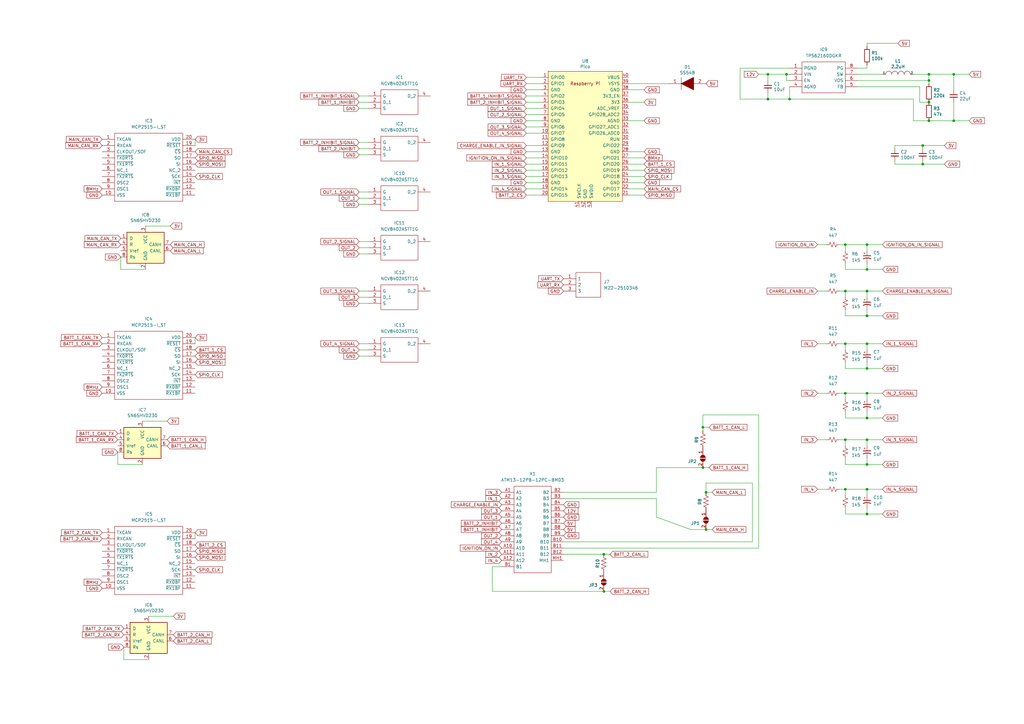
<source format=kicad_sch>
(kicad_sch (version 20211123) (generator eeschema)
  (paper "A3")
  (junction (at 247.65 242.57))
  (junction (at 346.71 161.29))
  (junction (at 355.6 119.38))
  (junction (at 346.71 140.97))
  (junction (at 289.56 217.17))
  (junction (at 288.29 191.77))
  (junction (at 247.65 227.33))
  (junction (at 346.71 180.34))
  (junction (at 381 49.53))
  (junction (at 346.71 100.33))
  (junction (at 378.46 67.31))
  (junction (at 355.6 100.33))
  (junction (at 355.6 110.49))
  (junction (at 346.71 119.38))
  (junction (at 322.58 30.48))
  (junction (at 314.96 40.64))
  (junction (at 355.6 180.34))
  (junction (at 355.6 140.97))
  (junction (at 355.6 210.82))
  (junction (at 355.6 200.66))
  (junction (at 314.96 30.48))
  (junction (at 289.56 201.93))
  (junction (at 355.6 171.45))
  (junction (at 391.16 30.48))
  (junction (at 391.16 49.53))
  (junction (at 381 41.91))
  (junction (at 355.6 151.13))
  (junction (at 288.29 175.26))
  (junction (at 355.6 190.5))
  (junction (at 355.6 129.54))
  (junction (at 355.6 161.29))
  (junction (at 378.46 59.69))
  (junction (at 381 30.48))
  (junction (at 323.85 40.64))
  (junction (at 346.71 200.66))
  (junction (at 381 33.02))
  (wire (pts (xy 355.6 210.82) (xy 361.95 210.82)))
  (wire (pts (xy 215.9 31.75) (xy 222.25 31.75)))
  (wire (pts (xy 361.95 180.34) (xy 355.6 180.34)))
  (wire (pts (xy 335.28 180.34) (xy 339.09 180.34)))
  (wire (pts (xy 346.71 200.66) (xy 344.17 200.66)))
  (wire (pts (xy 355.6 100.33) (xy 355.6 102.87)))
  (wire (pts (xy 48.26 190.5) (xy 48.26 185.42)))
  (wire (pts (xy 215.9 59.69) (xy 222.25 59.69)))
  (wire (pts (xy 311.15 224.79) (xy 231.14 224.79)))
  (wire (pts (xy 58.42 172.72) (xy 68.58 172.72)))
  (wire (pts (xy 231.14 204.47) (xy 269.24 204.47)))
  (wire (pts (xy 314.96 30.48) (xy 322.58 30.48)))
  (wire (pts (xy 322.58 33.02) (xy 323.85 33.02)))
  (wire (pts (xy 335.28 119.38) (xy 339.09 119.38)))
  (wire (pts (xy 346.71 161.29) (xy 346.71 163.83)))
  (wire (pts (xy 314.96 40.64) (xy 323.85 40.64)))
  (wire (pts (xy 346.71 187.96) (xy 346.71 190.5)))
  (wire (pts (xy 215.9 72.39) (xy 222.25 72.39)))
  (wire (pts (xy 215.9 52.07) (xy 222.25 52.07)))
  (wire (pts (xy 215.9 62.23) (xy 222.25 62.23)))
  (wire (pts (xy 351.79 35.56) (xy 377.19 35.56)))
  (wire (pts (xy 314.96 38.1) (xy 314.96 40.64)))
  (wire (pts (xy 351.79 30.48) (xy 361.95 30.48)))
  (wire (pts (xy 147.32 146.05) (xy 151.13 146.05)))
  (wire (pts (xy 264.16 77.47) (xy 257.81 77.47)))
  (wire (pts (xy 147.32 63.5) (xy 151.13 63.5)))
  (wire (pts (xy 346.71 110.49) (xy 355.6 110.49)))
  (wire (pts (xy 247.65 242.57) (xy 201.93 242.57)))
  (wire (pts (xy 355.6 180.34) (xy 355.6 182.88)))
  (wire (pts (xy 264.16 64.77) (xy 257.81 64.77)))
  (wire (pts (xy 355.6 180.34) (xy 346.71 180.34)))
  (wire (pts (xy 201.93 242.57) (xy 201.93 232.41)))
  (wire (pts (xy 201.93 232.41) (xy 205.74 232.41)))
  (wire (pts (xy 391.16 30.48) (xy 397.51 30.48)))
  (wire (pts (xy 147.32 124.46) (xy 151.13 124.46)))
  (wire (pts (xy 50.8 270.51) (xy 50.8 265.43)))
  (wire (pts (xy 346.71 140.97) (xy 344.17 140.97)))
  (wire (pts (xy 290.83 175.26) (xy 288.29 175.26)))
  (wire (pts (xy 147.32 121.92) (xy 151.13 121.92)))
  (wire (pts (xy 346.71 100.33) (xy 344.17 100.33)))
  (wire (pts (xy 361.95 100.33) (xy 355.6 100.33)))
  (wire (pts (xy 355.6 190.5) (xy 361.95 190.5)))
  (wire (pts (xy 59.69 92.71) (xy 69.85 92.71)))
  (wire (pts (xy 60.96 252.73) (xy 71.12 252.73)))
  (wire (pts (xy 215.9 54.61) (xy 222.25 54.61)))
  (wire (pts (xy 381 34.29) (xy 381 33.02)))
  (wire (pts (xy 288.29 175.26) (xy 288.29 176.53)))
  (wire (pts (xy 381 30.48) (xy 374.65 30.48)))
  (wire (pts (xy 322.58 30.48) (xy 323.85 30.48)))
  (wire (pts (xy 346.71 107.95) (xy 346.71 110.49)))
  (wire (pts (xy 80.01 57.15) (xy 80.01 59.69)))
  (wire (pts (xy 147.32 39.37) (xy 151.13 39.37)))
  (wire (pts (xy 381 49.53) (xy 391.16 49.53)))
  (wire (pts (xy 391.16 49.53) (xy 391.16 41.91)))
  (wire (pts (xy 355.6 208.28) (xy 355.6 210.82)))
  (wire (pts (xy 215.9 64.77) (xy 222.25 64.77)))
  (wire (pts (xy 147.32 78.74) (xy 151.13 78.74)))
  (wire (pts (xy 49.53 110.49) (xy 49.53 105.41)))
  (wire (pts (xy 303.53 40.64) (xy 314.96 40.64)))
  (wire (pts (xy 269.24 212.09) (xy 283.21 217.17)))
  (wire (pts (xy 335.28 140.97) (xy 339.09 140.97)))
  (wire (pts (xy 355.6 110.49) (xy 361.95 110.49)))
  (wire (pts (xy 346.71 210.82) (xy 355.6 210.82)))
  (wire (pts (xy 147.32 101.6) (xy 151.13 101.6)))
  (wire (pts (xy 355.6 168.91) (xy 355.6 171.45)))
  (wire (pts (xy 346.71 148.59) (xy 346.71 151.13)))
  (wire (pts (xy 289.56 198.12) (xy 308.61 198.12)))
  (wire (pts (xy 147.32 104.14) (xy 151.13 104.14)))
  (wire (pts (xy 308.61 198.12) (xy 308.61 222.25)))
  (wire (pts (xy 355.6 17.78) (xy 355.6 19.05)))
  (wire (pts (xy 288.29 170.18) (xy 311.15 170.18)))
  (wire (pts (xy 391.16 30.48) (xy 391.16 36.83)))
  (wire (pts (xy 215.9 41.91) (xy 222.25 41.91)))
  (wire (pts (xy 346.71 129.54) (xy 355.6 129.54)))
  (wire (pts (xy 215.9 34.29) (xy 222.25 34.29)))
  (wire (pts (xy 215.9 74.93) (xy 222.25 74.93)))
  (wire (pts (xy 361.95 119.38) (xy 355.6 119.38)))
  (wire (pts (xy 346.71 127) (xy 346.71 129.54)))
  (wire (pts (xy 367.03 60.96) (xy 367.03 59.69)))
  (wire (pts (xy 374.65 40.64) (xy 374.65 49.53)))
  (wire (pts (xy 311.15 170.18) (xy 311.15 224.79)))
  (wire (pts (xy 355.6 27.94) (xy 355.6 26.67)))
  (wire (pts (xy 264.16 72.39) (xy 257.81 72.39)))
  (wire (pts (xy 355.6 107.95) (xy 355.6 110.49)))
  (wire (pts (xy 378.46 67.31) (xy 367.03 67.31)))
  (wire (pts (xy 257.81 34.29) (xy 274.32 34.29)))
  (wire (pts (xy 378.46 66.04) (xy 378.46 67.31)))
  (wire (pts (xy 264.16 36.83) (xy 257.81 36.83)))
  (wire (pts (xy 147.32 119.38) (xy 151.13 119.38)))
  (wire (pts (xy 147.32 41.91) (xy 151.13 41.91)))
  (wire (pts (xy 361.95 140.97) (xy 355.6 140.97)))
  (wire (pts (xy 355.6 151.13) (xy 361.95 151.13)))
  (wire (pts (xy 288.29 175.26) (xy 288.29 170.18)))
  (wire (pts (xy 264.16 62.23) (xy 257.81 62.23)))
  (wire (pts (xy 215.9 80.01) (xy 222.25 80.01)))
  (wire (pts (xy 391.16 49.53) (xy 397.51 49.53)))
  (wire (pts (xy 377.19 41.91) (xy 381 41.91)))
  (wire (pts (xy 215.9 69.85) (xy 222.25 69.85)))
  (wire (pts (xy 346.71 119.38) (xy 344.17 119.38)))
  (wire (pts (xy 351.79 27.94) (xy 355.6 27.94)))
  (wire (pts (xy 355.6 187.96) (xy 355.6 190.5)))
  (wire (pts (xy 264.16 49.53) (xy 257.81 49.53)))
  (wire (pts (xy 346.71 180.34) (xy 344.17 180.34)))
  (wire (pts (xy 250.19 227.33) (xy 247.65 227.33)))
  (wire (pts (xy 80.01 218.44) (xy 80.01 220.98)))
  (wire (pts (xy 361.95 200.66) (xy 355.6 200.66)))
  (wire (pts (xy 292.1 201.93) (xy 289.56 201.93)))
  (wire (pts (xy 269.24 191.77) (xy 288.29 191.77)))
  (wire (pts (xy 147.32 83.82) (xy 151.13 83.82)))
  (wire (pts (xy 147.32 58.42) (xy 151.13 58.42)))
  (wire (pts (xy 367.03 59.69) (xy 378.46 59.69)))
  (wire (pts (xy 264.16 69.85) (xy 257.81 69.85)))
  (wire (pts (xy 381 33.02) (xy 381 30.48)))
  (wire (pts (xy 250.19 242.57) (xy 247.65 242.57)))
  (wire (pts (xy 289.56 201.93) (xy 289.56 198.12)))
  (wire (pts (xy 378.46 60.96) (xy 378.46 59.69)))
  (wire (pts (xy 322.58 30.48) (xy 322.58 33.02)))
  (wire (pts (xy 381 30.48) (xy 391.16 30.48)))
  (wire (pts (xy 361.95 161.29) (xy 355.6 161.29)))
  (wire (pts (xy 80.01 138.43) (xy 80.01 140.97)))
  (wire (pts (xy 367.03 67.31) (xy 367.03 66.04)))
  (wire (pts (xy 346.71 190.5) (xy 355.6 190.5)))
  (wire (pts (xy 355.6 100.33) (xy 346.71 100.33)))
  (wire (pts (xy 289.56 217.17) (xy 283.21 217.17)))
  (wire (pts (xy 355.6 171.45) (xy 361.95 171.45)))
  (wire (pts (xy 355.6 127) (xy 355.6 129.54)))
  (wire (pts (xy 231.14 227.33) (xy 247.65 227.33)))
  (wire (pts (xy 264.16 80.01) (xy 257.81 80.01)))
  (wire (pts (xy 355.6 200.66) (xy 355.6 203.2)))
  (wire (pts (xy 346.71 180.34) (xy 346.71 182.88)))
  (wire (pts (xy 147.32 81.28) (xy 151.13 81.28)))
  (wire (pts (xy 355.6 148.59) (xy 355.6 151.13)))
  (wire (pts (xy 231.14 201.93) (xy 269.24 201.93)))
  (wire (pts (xy 290.83 191.77) (xy 288.29 191.77)))
  (wire (pts (xy 335.28 100.33) (xy 339.09 100.33)))
  (wire (pts (xy 335.28 161.29) (xy 339.09 161.29)))
  (wire (pts (xy 368.3 17.78) (xy 355.6 17.78)))
  (wire (pts (xy 59.69 110.49) (xy 49.53 110.49)))
  (wire (pts (xy 264.16 41.91) (xy 257.81 41.91)))
  (wire (pts (xy 60.96 270.51) (xy 50.8 270.51)))
  (wire (pts (xy 215.9 46.99) (xy 222.25 46.99)))
  (wire (pts (xy 351.79 33.02) (xy 381 33.02)))
  (wire (pts (xy 346.71 100.33) (xy 346.71 102.87)))
  (wire (pts (xy 215.9 39.37) (xy 222.25 39.37)))
  (wire (pts (xy 308.61 222.25) (xy 231.14 222.25)))
  (wire (pts (xy 355.6 119.38) (xy 346.71 119.38)))
  (wire (pts (xy 323.85 40.64) (xy 374.65 40.64)))
  (wire (pts (xy 374.65 49.53) (xy 381 49.53)))
  (wire (pts (xy 147.32 140.97) (xy 151.13 140.97)))
  (wire (pts (xy 378.46 59.69) (xy 387.35 59.69)))
  (wire (pts (xy 215.9 49.53) (xy 222.25 49.53)))
  (wire (pts (xy 355.6 140.97) (xy 346.71 140.97)))
  (wire (pts (xy 215.9 77.47) (xy 222.25 77.47)))
  (wire (pts (xy 346.71 161.29) (xy 344.17 161.29)))
  (wire (pts (xy 355.6 140.97) (xy 355.6 143.51)))
  (wire (pts (xy 355.6 119.38) (xy 355.6 121.92)))
  (wire (pts (xy 147.32 44.45) (xy 151.13 44.45)))
  (wire (pts (xy 147.32 99.06) (xy 151.13 99.06)))
  (wire (pts (xy 264.16 67.31) (xy 257.81 67.31)))
  (wire (pts (xy 264.16 74.93) (xy 257.81 74.93)))
  (wire (pts (xy 346.71 171.45) (xy 355.6 171.45)))
  (wire (pts (xy 58.42 190.5) (xy 48.26 190.5)))
  (wire (pts (xy 292.1 217.17) (xy 289.56 217.17)))
  (wire (pts (xy 147.32 143.51) (xy 151.13 143.51)))
  (wire (pts (xy 355.6 200.66) (xy 346.71 200.66)))
  (wire (pts (xy 355.6 129.54) (xy 361.95 129.54)))
  (wire (pts (xy 215.9 67.31) (xy 222.25 67.31)))
  (wire (pts (xy 314.96 33.02) (xy 314.96 30.48)))
  (wire (pts (xy 377.19 35.56) (xy 377.19 41.91)))
  (wire (pts (xy 346.71 151.13) (xy 355.6 151.13)))
  (wire (pts (xy 387.35 67.31) (xy 378.46 67.31)))
  (wire (pts (xy 346.71 119.38) (xy 346.71 121.92)))
  (wire (pts (xy 323.85 40.64) (xy 323.85 35.56)))
  (wire (pts (xy 147.32 60.96) (xy 151.13 60.96)))
  (wire (pts (xy 311.15 30.48) (xy 314.96 30.48)))
  (wire (pts (xy 215.9 44.45) (xy 222.25 44.45)))
  (wire (pts (xy 335.28 200.66) (xy 339.09 200.66)))
  (wire (pts (xy 346.71 168.91) (xy 346.71 171.45)))
  (wire (pts (xy 346.71 208.28) (xy 346.71 210.82)))
  (wire (pts (xy 355.6 161.29) (xy 346.71 161.29)))
  (wire (pts (xy 355.6 161.29) (xy 355.6 163.83)))
  (wire (pts (xy 323.85 27.94) (xy 303.53 27.94)))
  (wire (pts (xy 215.9 36.83) (xy 222.25 36.83)))
  (wire (pts (xy 269.24 201.93) (xy 269.24 191.77)))
  (wire (pts (xy 269.24 204.47) (xy 269.24 212.09)))
  (wire (pts (xy 346.71 200.66) (xy 346.71 203.2)))
  (wire (pts (xy 346.71 140.97) (xy 346.71 143.51)))
  (wire (pts (xy 303.53 27.94) (xy 303.53 40.64)))
  (global_label "GND" (shape input) (at 147.32 104.14 180) (property "Intersheet References" "${INTERSHEET_REFS}" (effects hide)))
  (global_label "IGNITION_ON_IN" (shape input) (at 335.28 100.33 180) (property "Intersheet References" "${INTERSHEET_REFS}" (effects hide)))
  (global_label "8MHz" (shape input) (at 41.91 158.75 180) (property "Intersheet References" "${INTERSHEET_REFS}" (effects hide)))
  (global_label "BATT_1_CAN_L" (shape input) (at 290.83 175.26 0) (property "Intersheet References" "${INTERSHEET_REFS}" (effects hide)))
  (global_label "MAIN_CAN_L" (shape input) (at 69.85 102.87 0) (property "Intersheet References" "${INTERSHEET_REFS}" (effects hide)))
  (global_label "GND" (shape input) (at 215.9 49.53 180) (property "Intersheet References" "${INTERSHEET_REFS}" (effects hide)))
  (global_label "BATT_2_CAN_H" (shape input) (at 71.12 260.35 0) (property "Intersheet References" "${INTERSHEET_REFS}" (effects hide)))
  (global_label "3V" (shape input) (at 71.12 252.73 0) (property "Intersheet References" "${INTERSHEET_REFS}" (effects hide)))
  (global_label "MAIN_CAN_H" (shape input) (at 292.1 217.17 0) (property "Intersheet References" "${INTERSHEET_REFS}" (effects hide)))
  (global_label "SPI0_MISO" (shape input) (at 80.01 146.05 0) (property "Intersheet References" "${INTERSHEET_REFS}" (effects hide)))
  (global_label "BATT_1_CAN_H" (shape input) (at 68.58 180.34 0) (property "Intersheet References" "${INTERSHEET_REFS}" (effects hide)))
  (global_label "IN_4" (shape input) (at 335.28 200.66 180) (property "Intersheet References" "${INTERSHEET_REFS}" (effects hide)))
  (global_label "BATT_1_INHIBIT" (shape input) (at 205.74 217.17 180) (property "Intersheet References" "${INTERSHEET_REFS}" (effects hide)))
  (global_label "BATT_2_CAN_TX" (shape input) (at 41.91 218.44 180) (property "Intersheet References" "${INTERSHEET_REFS}" (effects hide)))
  (global_label "IN_2_SIGNAL" (shape input) (at 361.95 161.29 0) (property "Intersheet References" "${INTERSHEET_REFS}" (effects hide)))
  (global_label "MAIN_CAN_TX" (shape input) (at 41.91 57.15 180) (property "Intersheet References" "${INTERSHEET_REFS}" (effects hide)))
  (global_label "BATT_2_INHIBIT" (shape input) (at 147.32 60.96 180) (property "Intersheet References" "${INTERSHEET_REFS}" (effects hide)))
  (global_label "IN_2_SIGNAL" (shape input) (at 215.9 69.85 180) (property "Intersheet References" "${INTERSHEET_REFS}" (effects hide)))
  (global_label "OUT_1_SIGNAL" (shape input) (at 147.32 78.74 180) (property "Intersheet References" "${INTERSHEET_REFS}" (effects hide)))
  (global_label "BATT_2_CAN_L" (shape input) (at 250.19 227.33 0) (property "Intersheet References" "${INTERSHEET_REFS}" (effects hide)))
  (global_label "OUT_4_SIGNAL" (shape input) (at 147.32 140.97 180) (property "Intersheet References" "${INTERSHEET_REFS}" (effects hide)))
  (global_label "OUT_3_SIGNAL" (shape input) (at 147.32 119.38 180) (property "Intersheet References" "${INTERSHEET_REFS}" (effects hide)))
  (global_label "IN_4_SIGNAL" (shape input) (at 361.95 200.66 0) (property "Intersheet References" "${INTERSHEET_REFS}" (effects hide)))
  (global_label "5V" (shape input) (at 368.3 17.78 0) (property "Intersheet References" "${INTERSHEET_REFS}" (effects hide)))
  (global_label "GND" (shape input) (at 231.14 212.09 0) (property "Intersheet References" "${INTERSHEET_REFS}" (effects hide)))
  (global_label "GND" (shape input) (at 387.35 67.31 0) (property "Intersheet References" "${INTERSHEET_REFS}" (effects hide)))
  (global_label "IN_1_SIGNAL" (shape input) (at 215.9 67.31 180) (property "Intersheet References" "${INTERSHEET_REFS}" (effects hide)))
  (global_label "SPI0_MISO" (shape input) (at 80.01 226.06 0) (property "Intersheet References" "${INTERSHEET_REFS}" (effects hide)))
  (global_label "IN_2" (shape input) (at 205.74 227.33 180) (property "Intersheet References" "${INTERSHEET_REFS}" (effects hide)))
  (global_label "GND" (shape input) (at 361.95 129.54 0) (property "Intersheet References" "${INTERSHEET_REFS}" (effects hide)))
  (global_label "IN_1" (shape input) (at 205.74 204.47 180) (property "Intersheet References" "${INTERSHEET_REFS}" (effects hide)))
  (global_label "12V" (shape input) (at 311.15 30.48 180) (property "Intersheet References" "${INTERSHEET_REFS}" (effects hide)))
  (global_label "GND" (shape input) (at 215.9 62.23 180) (property "Intersheet References" "${INTERSHEET_REFS}" (effects hide)))
  (global_label "BATT_1_CAN_RX" (shape input) (at 41.91 140.97 180) (property "Intersheet References" "${INTERSHEET_REFS}" (effects hide)))
  (global_label "3V" (shape input) (at 68.58 172.72 0) (property "Intersheet References" "${INTERSHEET_REFS}" (effects hide)))
  (global_label "OUT_2_SIGNAL" (shape input) (at 215.9 46.99 180) (property "Intersheet References" "${INTERSHEET_REFS}" (effects hide)))
  (global_label "5V" (shape input) (at 289.56 34.29 0) (property "Intersheet References" "${INTERSHEET_REFS}" (effects hide)))
  (global_label "GND" (shape input) (at 231.14 207.01 0) (property "Intersheet References" "${INTERSHEET_REFS}" (effects hide)))
  (global_label "OUT_1" (shape input) (at 147.32 81.28 180) (property "Intersheet References" "${INTERSHEET_REFS}" (effects hide)))
  (global_label "MAIN_CAN_CS" (shape input) (at 80.01 62.23 0) (property "Intersheet References" "${INTERSHEET_REFS}" (effects hide)))
  (global_label "IN_3" (shape input) (at 205.74 201.93 180) (property "Intersheet References" "${INTERSHEET_REFS}" (effects hide)))
  (global_label "OUT_4" (shape input) (at 147.32 143.51 180) (property "Intersheet References" "${INTERSHEET_REFS}" (effects hide)))
  (global_label "GND" (shape input) (at 361.95 110.49 0) (property "Intersheet References" "${INTERSHEET_REFS}" (effects hide)))
  (global_label "IN_4" (shape input) (at 205.74 229.87 180) (property "Intersheet References" "${INTERSHEET_REFS}" (effects hide)))
  (global_label "OUT_2_SIGNAL" (shape input) (at 147.32 99.06 180) (property "Intersheet References" "${INTERSHEET_REFS}" (effects hide)))
  (global_label "8MHz" (shape input) (at 41.91 238.76 180) (property "Intersheet References" "${INTERSHEET_REFS}" (effects hide)))
  (global_label "OUT_3" (shape input) (at 147.32 121.92 180) (property "Intersheet References" "${INTERSHEET_REFS}" (effects hide)))
  (global_label "MAIN_CAN_RX" (shape input) (at 49.53 100.33 180) (property "Intersheet References" "${INTERSHEET_REFS}" (effects hide)))
  (global_label "GND" (shape input) (at 147.32 83.82 180) (property "Intersheet References" "${INTERSHEET_REFS}" (effects hide)))
  (global_label "5V" (shape input) (at 231.14 214.63 0) (property "Intersheet References" "${INTERSHEET_REFS}" (effects hide)))
  (global_label "5V" (shape input) (at 397.51 30.48 0) (property "Intersheet References" "${INTERSHEET_REFS}" (effects hide)))
  (global_label "3V" (shape input) (at 80.01 57.15 0) (property "Intersheet References" "${INTERSHEET_REFS}" (effects hide)))
  (global_label "GND" (shape input) (at 264.16 36.83 0) (property "Intersheet References" "${INTERSHEET_REFS}" (effects hide)))
  (global_label "GND" (shape input) (at 49.53 105.41 180) (property "Intersheet References" "${INTERSHEET_REFS}" (effects hide)))
  (global_label "BATT_1_CS" (shape input) (at 80.01 143.51 0) (property "Intersheet References" "${INTERSHEET_REFS}" (effects hide)))
  (global_label "BATT_2_CS" (shape input) (at 80.01 223.52 0) (property "Intersheet References" "${INTERSHEET_REFS}" (effects hide)))
  (global_label "BATT_1_INHIBIT" (shape input) (at 147.32 41.91 180) (property "Intersheet References" "${INTERSHEET_REFS}" (effects hide)))
  (global_label "IGNITION_ON_IN" (shape input) (at 205.74 224.79 180) (property "Intersheet References" "${INTERSHEET_REFS}" (effects hide)))
  (global_label "CHARGE_ENABLE_IN" (shape input) (at 335.28 119.38 180) (property "Intersheet References" "${INTERSHEET_REFS}" (effects hide)))
  (global_label "GND" (shape input) (at 215.9 74.93 180) (property "Intersheet References" "${INTERSHEET_REFS}" (effects hide)))
  (global_label "IN_1_SIGNAL" (shape input) (at 361.95 140.97 0) (property "Intersheet References" "${INTERSHEET_REFS}" (effects hide)))
  (global_label "OUT_4" (shape input) (at 205.74 222.25 180) (property "Intersheet References" "${INTERSHEET_REFS}" (effects hide)))
  (global_label "BATT_1_CAN_L" (shape input) (at 68.58 182.88 0) (property "Intersheet References" "${INTERSHEET_REFS}" (effects hide)))
  (global_label "GND" (shape input) (at 361.95 171.45 0) (property "Intersheet References" "${INTERSHEET_REFS}" (effects hide)))
  (global_label "BATT_1_CAN_TX" (shape input) (at 41.91 138.43 180) (property "Intersheet References" "${INTERSHEET_REFS}" (effects hide)))
  (global_label "BATT_1_CAN_H" (shape input) (at 290.83 191.77 0) (property "Intersheet References" "${INTERSHEET_REFS}" (effects hide)))
  (global_label "GND" (shape input) (at 264.16 49.53 0) (property "Intersheet References" "${INTERSHEET_REFS}" (effects hide)))
  (global_label "UART_TX" (shape input) (at 215.9 31.75 180) (property "Intersheet References" "${INTERSHEET_REFS}" (effects hide)))
  (global_label "SPI0_CLK" (shape input) (at 264.16 72.39 0) (property "Intersheet References" "${INTERSHEET_REFS}" (effects hide)))
  (global_label "GND" (shape input) (at 215.9 36.83 180) (property "Intersheet References" "${INTERSHEET_REFS}" (effects hide)))
  (global_label "MAIN_CAN_CS" (shape input) (at 264.16 77.47 0) (property "Intersheet References" "${INTERSHEET_REFS}" (effects hide)))
  (global_label "UART_RX" (shape input) (at 231.14 116.84 180) (property "Intersheet References" "${INTERSHEET_REFS}" (effects hide)))
  (global_label "OUT_3" (shape input) (at 205.74 209.55 180) (property "Intersheet References" "${INTERSHEET_REFS}" (effects hide)))
  (global_label "UART_TX" (shape input) (at 231.14 114.3 180) (property "Intersheet References" "${INTERSHEET_REFS}" (effects hide)))
  (global_label "BATT_1_CAN_TX" (shape input) (at 48.26 177.8 180) (property "Intersheet References" "${INTERSHEET_REFS}" (effects hide)))
  (global_label "IGNITION_ON_IN_SIGNAL" (shape input) (at 361.95 100.33 0) (property "Intersheet References" "${INTERSHEET_REFS}" (effects hide)))
  (global_label "IN_3_SIGNAL" (shape input) (at 361.95 180.34 0) (property "Intersheet References" "${INTERSHEET_REFS}" (effects hide)))
  (global_label "SPI0_MISO" (shape input) (at 80.01 64.77 0) (property "Intersheet References" "${INTERSHEET_REFS}" (effects hide)))
  (global_label "3V" (shape input) (at 264.16 41.91 0) (property "Intersheet References" "${INTERSHEET_REFS}" (effects hide)))
  (global_label "SPI0_MOSI" (shape input) (at 80.01 67.31 0) (property "Intersheet References" "${INTERSHEET_REFS}" (effects hide)))
  (global_label "BATT_2_CAN_RX" (shape input) (at 50.8 260.35 180) (property "Intersheet References" "${INTERSHEET_REFS}" (effects hide)))
  (global_label "SPI0_MOSI" (shape input) (at 80.01 228.6 0) (property "Intersheet References" "${INTERSHEET_REFS}" (effects hide)))
  (global_label "BATT_2_INHIBIT_SIGNAL" (shape input) (at 147.32 58.42 180) (property "Intersheet References" "${INTERSHEET_REFS}" (effects hide)))
  (global_label "GND" (shape input) (at 361.95 210.82 0) (property "Intersheet References" "${INTERSHEET_REFS}" (effects hide)))
  (global_label "OUT_1" (shape input) (at 205.74 212.09 180) (property "Intersheet References" "${INTERSHEET_REFS}" (effects hide)))
  (global_label "8MHz" (shape input) (at 264.16 64.77 0) (property "Intersheet References" "${INTERSHEET_REFS}" (effects hide)))
  (global_label "BATT_1_CS" (shape input) (at 264.16 67.31 0) (property "Intersheet References" "${INTERSHEET_REFS}" (effects hide)))
  (global_label "GND" (shape input) (at 147.32 63.5 180) (property "Intersheet References" "${INTERSHEET_REFS}" (effects hide)))
  (global_label "SPI0_CLK" (shape input) (at 80.01 153.67 0) (property "Intersheet References" "${INTERSHEET_REFS}" (effects hide)))
  (global_label "OUT_2" (shape input) (at 205.74 219.71 180) (property "Intersheet References" "${INTERSHEET_REFS}" (effects hide)))
  (global_label "BATT_2_INHIBIT_SIGNAL" (shape input) (at 215.9 41.91 180) (property "Intersheet References" "${INTERSHEET_REFS}" (effects hide)))
  (global_label "3V" (shape input) (at 80.01 138.43 0) (property "Intersheet References" "${INTERSHEET_REFS}" (effects hide)))
  (global_label "BATT_2_CAN_RX" (shape input) (at 41.91 220.98 180) (property "Intersheet References" "${INTERSHEET_REFS}" (effects hide)))
  (global_label "GND" (shape input) (at 147.32 124.46 180) (property "Intersheet References" "${INTERSHEET_REFS}" (effects hide)))
  (global_label "GND" (shape input) (at 264.16 62.23 0) (property "Intersheet References" "${INTERSHEET_REFS}" (effects hide)))
  (global_label "GND" (shape input) (at 41.91 161.29 180) (property "Intersheet References" "${INTERSHEET_REFS}" (effects hide)))
  (global_label "SPI0_CLK" (shape input) (at 80.01 72.39 0) (property "Intersheet References" "${INTERSHEET_REFS}" (effects hide)))
  (global_label "SPI0_MOSI" (shape input) (at 80.01 148.59 0) (property "Intersheet References" "${INTERSHEET_REFS}" (effects hide)))
  (global_label "CHARGE_ENABLE_IN_SIGNAL" (shape input) (at 215.9 59.69 180) (property "Intersheet References" "${INTERSHEET_REFS}" (effects hide)))
  (global_label "BATT_2_CAN_L" (shape input) (at 71.12 262.89 0) (property "Intersheet References" "${INTERSHEET_REFS}" (effects hide)))
  (global_label "8MHz" (shape input) (at 41.91 77.47 180) (property "Intersheet References" "${INTERSHEET_REFS}" (effects hide)))
  (global_label "OUT_3_SIGNAL" (shape input) (at 215.9 52.07 180) (property "Intersheet References" "${INTERSHEET_REFS}" (effects hide)))
  (global_label "IN_1" (shape input) (at 335.28 140.97 180) (property "Intersheet References" "${INTERSHEET_REFS}" (effects hide)))
  (global_label "3V" (shape input) (at 69.85 92.71 0) (property "Intersheet References" "${INTERSHEET_REFS}" (effects hide)))
  (global_label "GND" (shape input) (at 50.8 265.43 180) (property "Intersheet References" "${INTERSHEET_REFS}" (effects hide)))
  (global_label "GND" (shape input) (at 361.95 151.13 0) (property "Intersheet References" "${INTERSHEET_REFS}" (effects hide)))
  (global_label "IGNITION_ON_IN_SIGNAL" (shape input) (at 215.9 64.77 180) (property "Intersheet References" "${INTERSHEET_REFS}" (effects hide)))
  (global_label "OUT_1_SIGNAL" (shape input) (at 215.9 44.45 180) (property "Intersheet References" "${INTERSHEET_REFS}" (effects hide)))
  (global_label "GND" (shape input) (at 48.26 185.42 180) (property "Intersheet References" "${INTERSHEET_REFS}" (effects hide)))
  (global_label "MAIN_CAN_H" (shape input) (at 69.85 100.33 0) (property "Intersheet References" "${INTERSHEET_REFS}" (effects hide)))
  (global_label "GND" (shape input) (at 361.95 190.5 0) (property "Intersheet References" "${INTERSHEET_REFS}" (effects hide)))
  (global_label "IN_2" (shape input) (at 335.28 161.29 180) (property "Intersheet References" "${INTERSHEET_REFS}" (effects hide)))
  (global_label "GND" (shape input) (at 147.32 146.05 180) (property "Intersheet References" "${INTERSHEET_REFS}" (effects hide)))
  (global_label "GND" (shape input) (at 231.14 219.71 0) (property "Intersheet References" "${INTERSHEET_REFS}" (effects hide)))
  (global_label "IN_3" (shape input) (at 335.28 180.34 180) (property "Intersheet References" "${INTERSHEET_REFS}" (effects hide)))
  (global_label "SPI0_MISO" (shape input) (at 264.16 80.01 0) (property "Intersheet References" "${INTERSHEET_REFS}" (effects hide)))
  (global_label "MAIN_CAN_L" (shape input) (at 292.1 201.93 0) (property "Intersheet References" "${INTERSHEET_REFS}" (effects hide)))
  (global_label "GND" (shape input) (at 147.32 44.45 180) (property "Intersheet References" "${INTERSHEET_REFS}" (effects hide)))
  (global_label "OUT_4_SIGNAL" (shape input) (at 215.9 54.61 180) (property "Intersheet References" "${INTERSHEET_REFS}" (effects hide)))
  (global_label "3V" (shape input) (at 387.35 59.69 0) (property "Intersheet References" "${INTERSHEET_REFS}" (effects hide)))
  (global_label "UART_RX" (shape input) (at 215.9 34.29 180) (property "Intersheet References" "${INTERSHEET_REFS}" (effects hide)))
  (global_label "IN_3_SIGNAL" (shape input) (at 215.9 72.39 180) (property "Intersheet References" "${INTERSHEET_REFS}" (effects hide)))
  (global_label "CHARGE_ENABLE_IN" (shape input) (at 205.74 207.01 180) (property "Intersheet References" "${INTERSHEET_REFS}" (effects hide)))
  (global_label "OUT_2" (shape input) (at 147.32 101.6 180) (property "Intersheet References" "${INTERSHEET_REFS}" (effects hide)))
  (global_label "CHARGE_ENABLE_IN_SIGNAL" (shape input) (at 361.95 119.38 0) (property "Intersheet References" "${INTERSHEET_REFS}" (effects hide)))
  (global_label "BATT_1_INHIBIT_SIGNAL" (shape input) (at 147.32 39.37 180) (property "Intersheet References" "${INTERSHEET_REFS}" (effects hide)))
  (global_label "BATT_1_INHIBIT_SIGNAL" (shape input) (at 215.9 39.37 180) (property "Intersheet References" "${INTERSHEET_REFS}" (effects hide)))
  (global_label "MAIN_CAN_RX" (shape input) (at 41.91 59.69 180) (property "Intersheet References" "${INTERSHEET_REFS}" (effects hide)))
  (global_label "GND" (shape input) (at 264.16 74.93 0) (property "Intersheet References" "${INTERSHEET_REFS}" (effects hide)))
  (global_label "GND" (shape input) (at 41.91 80.01 180) (property "Intersheet References" "${INTERSHEET_REFS}" (effects hide)))
  (global_label "SPI0_CLK" (shape input) (at 80.01 233.68 0) (property "Intersheet References" "${INTERSHEET_REFS}" (effects hide)))
  (global_label "BATT_2_INHIBIT" (shape input) (at 205.74 214.63 180) (property "Intersheet References" "${INTERSHEET_REFS}" (effects hide)))
  (global_label "MAIN_CAN_TX" (shape input) (at 49.53 97.79 180) (property "Intersheet References" "${INTERSHEET_REFS}" (effects hide)))
  (global_label "12V" (shape input) (at 231.14 209.55 0) (property "Intersheet References" "${INTERSHEET_REFS}" (effects hide)))
  (global_label "GND" (shape input) (at 41.91 241.3 180) (property "Intersheet References" "${INTERSHEET_REFS}" (effects hide)))
  (global_label "BATT_2_CAN_H" (shape input) (at 250.19 242.57 0) (property "Intersheet References" "${INTERSHEET_REFS}" (effects hide)))
  (global_label "5V" (shape input) (at 231.14 217.17 0) (property "Intersheet References" "${INTERSHEET_REFS}" (effects hide)))
  (global_label "BATT_2_CAN_TX" (shape input) (at 50.8 257.81 180) (property "Intersheet References" "${INTERSHEET_REFS}" (effects hide)))
  (global_label "IN_4_SIGNAL" (shape input) (at 215.9 77.47 180) (property "Intersheet References" "${INTERSHEET_REFS}" (effects hide)))
  (global_label "GND" (shape input) (at 397.51 49.53 0) (property "Intersheet References" "${INTERSHEET_REFS}" (effects hide)))
  (global_label "3V" (shape input) (at 80.01 218.44 0) (property "Intersheet References" "${INTERSHEET_REFS}" (effects hide)))
  (global_label "SPI0_MOSI" (shape input) (at 264.16 69.85 0) (property "Intersheet References" "${INTERSHEET_REFS}" (effects hide)))
  (global_label "GND" (shape input) (at 231.14 119.38 180) (property "Intersheet References" "${INTERSHEET_REFS}" (effects hide)))
  (global_label "BATT_1_CAN_RX" (shape input) (at 48.26 180.34 180) (property "Intersheet References" "${INTERSHEET_REFS}" (effects hide)))
  (global_label "BATT_2_CS" (shape input) (at 215.9 80.01 180) (property "Intersheet References" "${INTERSHEET_REFS}" (effects hide)))
  (symbol (lib_id "Device:R_Small_US") (at 341.63 200.66 90) (unit 1)
    (property "Reference" "R14" (at 341.63 194.31 90))
    (property "Value" "4k7" (at 341.63 196.85 90))
    (property "Footprint" "Resistor_SMD:R_0805_2012Metric" (effects hide))
  )
  (symbol (lib_id "Device:C_Small") (at 314.96 35.56 0) (unit 1)
    (property "Reference" "C1" (at 317.2968 34.3916 0) (effects (justify left)))
    (property "Value" "10uF" (at 317.2968 36.703 0) (effects (justify left)))
    (property "Footprint" "Capacitor_SMD:C_0603_1608Metric" (effects hide))
  )
  (symbol (lib_id "Transistor_FET:NCV8402ASTT1G") (at 151.13 78.74 0) (unit 1)
    (property "Reference" "IC10" (at 163.83 71.12 0))
    (property "Value" "NCV8402ASTT1G" (at 163.83 73.66 0))
    (property "Footprint" "SOT230P700X175-4N" (effects hide))
    (property "Datasheet" "http://www.onsemi.com/pub/Collateral/NCV8402-D.PDF" (effects hide))
    (property "Description" "ON SEMICONDUCTOR - NCV8402ASTT1G - Power MOSFET, AEC-Q101, N Channel, 42 V, 2 A, 0.165 ohm, SOT-223, Surface Mount" (effects hide))
    (property "Height" "1.75" (effects hide))
    (property "Manufacturer_Name" "onsemi" (effects hide))
    (property "Manufacturer_Part_Number" "NCV8402ASTT1G" (effects hide))
    (property "Mouser Part Number" "863-NCV8402ASTT1G" (effects hide))
    (property "Mouser Price/Stock" "https://www.mouser.co.uk/ProductDetail/onsemi/NCV8402ASTT1G?qs=5C9Q4QJFsuPUmgEKjIBRjw%3D%3D" (effects hide))
    (property "Arrow Part Number" "NCV8402ASTT1G" (effects hide))
    (property "Arrow Price/Stock" "https://www.arrow.com/en/products/ncv8402astt1g/on-semiconductor" (effects hide))
  )
  (symbol (lib_id "Device:C_Polarized_Small_US") (at 355.6 185.42 0) (unit 1)
    (property "Reference" "C9" (at 358.14 183.7181 0) (effects (justify left)))
    (property "Value" "1uF" (at 358.14 186.2581 0) (effects (justify left)))
    (property "Footprint" "Capacitor_SMD:C_0603_1608Metric" (effects hide))
  )
  (symbol (lib_id "Device:R_Small_US") (at 346.71 146.05 0) (unit 1)
    (property "Reference" "R15" (at 349.25 144.7799 0) (effects (justify left)))
    (property "Value" "1k5" (at 349.25 147.3199 0) (effects (justify left)))
    (property "Footprint" "Resistor_SMD:R_0805_2012Metric" (effects hide))
  )
  (symbol (lib_id "Device:C_Polarized_Small_US") (at 355.6 205.74 0) (unit 1)
    (property "Reference" "C10" (at 358.14 204.0381 0) (effects (justify left)))
    (property "Value" "1uF" (at 358.14 206.5781 0) (effects (justify left)))
    (property "Footprint" "Capacitor_SMD:C_0603_1608Metric" (effects hide))
  )
  (symbol (lib_id "Device:R_Small_US") (at 346.71 166.37 0) (unit 1)
    (property "Reference" "R16" (at 349.25 165.0999 0) (effects (justify left)))
    (property "Value" "1k5" (at 349.25 167.6399 0) (effects (justify left)))
    (property "Footprint" "Resistor_SMD:R_0805_2012Metric" (effects hide))
  )
  (symbol (lib_id "Device:R_US") (at 247.65 231.14 0) (unit 1)
    (property "Reference" "R10" (at 245.11 231.14 90))
    (property "Value" "120" (effects hide))
    (property "Footprint" "Resistor_SMD:R_0805_2012Metric" (effects hide))
  )
  (symbol (lib_id "Device:R_Small_US") (at 341.63 119.38 90) (unit 1)
    (property "Reference" "R5" (at 341.63 113.03 90))
    (property "Value" "4k7" (at 341.63 115.57 90))
    (property "Footprint" "Resistor_SMD:R_0805_2012Metric" (effects hide))
  )
  (symbol (lib_id "Interface_CAN_LIN:SN65HVD230") (at 58.42 180.34 0) (unit 1)
    (property "Reference" "IC7" (at 58.42 168.1226 0))
    (property "Value" "SN65HVD230" (at 58.42 170.434 0))
    (property "Footprint" "Package_SO:SOIC-8_3.9x4.9mm_P1.27mm" (effects hide))
    (property "Datasheet" "http://www.ti.com/lit/ds/symlink/sn65hvd230.pdf" (effects hide))
  )
  (symbol (lib_id "Transistor_FET:NCV8402ASTT1G") (at 151.13 99.06 0) (unit 1)
    (property "Reference" "IC11" (at 163.83 91.44 0))
    (property "Value" "NCV8402ASTT1G" (at 163.83 93.98 0))
    (property "Footprint" "SOT230P700X175-4N" (effects hide))
    (property "Datasheet" "http://www.onsemi.com/pub/Collateral/NCV8402-D.PDF" (effects hide))
    (property "Description" "ON SEMICONDUCTOR - NCV8402ASTT1G - Power MOSFET, AEC-Q101, N Channel, 42 V, 2 A, 0.165 ohm, SOT-223, Surface Mount" (effects hide))
    (property "Height" "1.75" (effects hide))
    (property "Manufacturer_Name" "onsemi" (effects hide))
    (property "Manufacturer_Part_Number" "NCV8402ASTT1G" (effects hide))
    (property "Mouser Part Number" "863-NCV8402ASTT1G" (effects hide))
    (property "Mouser Price/Stock" "https://www.mouser.co.uk/ProductDetail/onsemi/NCV8402ASTT1G?qs=5C9Q4QJFsuPUmgEKjIBRjw%3D%3D" (effects hide))
    (property "Arrow Part Number" "NCV8402ASTT1G" (effects hide))
    (property "Arrow Price/Stock" "https://www.arrow.com/en/products/ncv8402astt1g/on-semiconductor" (effects hide))
  )
  (symbol (lib_id "Device:C_Polarized_Small_US") (at 355.6 146.05 0) (unit 1)
    (property "Reference" "C7" (at 358.14 144.3481 0) (effects (justify left)))
    (property "Value" "1uF" (at 358.14 146.8881 0) (effects (justify left)))
    (property "Footprint" "Capacitor_SMD:C_0603_1608Metric" (effects hide))
  )
  (symbol (lib_id "Transistor_FET:NCV8402ASTT1G") (at 151.13 39.37 0) (unit 1)
    (property "Reference" "IC1" (at 163.83 31.75 0))
    (property "Value" "NCV8402ASTT1G" (at 163.83 34.29 0))
    (property "Footprint" "SOT230P700X175-4N" (effects hide))
    (property "Datasheet" "http://www.onsemi.com/pub/Collateral/NCV8402-D.PDF" (effects hide))
    (property "Description" "ON SEMICONDUCTOR - NCV8402ASTT1G - Power MOSFET, AEC-Q101, N Channel, 42 V, 2 A, 0.165 ohm, SOT-223, Surface Mount" (effects hide))
    (property "Height" "1.75" (effects hide))
    (property "Manufacturer_Name" "onsemi" (effects hide))
    (property "Manufacturer_Part_Number" "NCV8402ASTT1G" (effects hide))
    (property "Mouser Part Number" "863-NCV8402ASTT1G" (effects hide))
    (property "Mouser Price/Stock" "https://www.mouser.co.uk/ProductDetail/onsemi/NCV8402ASTT1G?qs=5C9Q4QJFsuPUmgEKjIBRjw%3D%3D" (effects hide))
    (property "Arrow Part Number" "NCV8402ASTT1G" (effects hide))
    (property "Arrow Price/Stock" "https://www.arrow.com/en/products/ncv8402astt1g/on-semiconductor" (effects hide))
  )
  (symbol (lib_id "Transistor_FET:NCV8402ASTT1G") (at 151.13 119.38 0) (unit 1)
    (property "Reference" "IC12" (at 163.83 111.76 0))
    (property "Value" "NCV8402ASTT1G" (at 163.83 114.3 0))
    (property "Footprint" "SOT230P700X175-4N" (effects hide))
    (property "Datasheet" "http://www.onsemi.com/pub/Collateral/NCV8402-D.PDF" (effects hide))
    (property "Description" "ON SEMICONDUCTOR - NCV8402ASTT1G - Power MOSFET, AEC-Q101, N Channel, 42 V, 2 A, 0.165 ohm, SOT-223, Surface Mount" (effects hide))
    (property "Height" "1.75" (effects hide))
    (property "Manufacturer_Name" "onsemi" (effects hide))
    (property "Manufacturer_Part_Number" "NCV8402ASTT1G" (effects hide))
    (property "Mouser Part Number" "863-NCV8402ASTT1G" (effects hide))
    (property "Mouser Price/Stock" "https://www.mouser.co.uk/ProductDetail/onsemi/NCV8402ASTT1G?qs=5C9Q4QJFsuPUmgEKjIBRjw%3D%3D" (effects hide))
    (property "Arrow Part Number" "NCV8402ASTT1G" (effects hide))
    (property "Arrow Price/Stock" "https://www.arrow.com/en/products/ncv8402astt1g/on-semiconductor" (effects hide))
  )
  (symbol (lib_id "Device:C_Polarized_Small_US") (at 355.6 166.37 0) (unit 1)
    (property "Reference" "C8" (at 358.14 164.6681 0) (effects (justify left)))
    (property "Value" "1uF" (at 358.14 167.2081 0) (effects (justify left)))
    (property "Footprint" "Capacitor_SMD:C_0603_1608Metric" (effects hide))
  )
  (symbol (lib_id "Device:R_Small_US") (at 346.71 185.42 0) (unit 1)
    (property "Reference" "R17" (at 349.25 184.1499 0) (effects (justify left)))
    (property "Value" "1k5" (at 349.25 186.6899 0) (effects (justify left)))
    (property "Footprint" "Resistor_SMD:R_0805_2012Metric" (effects hide))
  )
  (symbol (lib_id "Transistor_FET:NCV8402ASTT1G") (at 151.13 140.97 0) (unit 1)
    (property "Reference" "IC13" (at 163.83 133.35 0))
    (property "Value" "NCV8402ASTT1G" (at 163.83 135.89 0))
    (property "Footprint" "SOT230P700X175-4N" (effects hide))
    (property "Datasheet" "http://www.onsemi.com/pub/Collateral/NCV8402-D.PDF" (effects hide))
    (property "Description" "ON SEMICONDUCTOR - NCV8402ASTT1G - Power MOSFET, AEC-Q101, N Channel, 42 V, 2 A, 0.165 ohm, SOT-223, Surface Mount" (effects hide))
    (property "Height" "1.75" (effects hide))
    (property "Manufacturer_Name" "onsemi" (effects hide))
    (property "Manufacturer_Part_Number" "NCV8402ASTT1G" (effects hide))
    (property "Mouser Part Number" "863-NCV8402ASTT1G" (effects hide))
    (property "Mouser Price/Stock" "https://www.mouser.co.uk/ProductDetail/onsemi/NCV8402ASTT1G?qs=5C9Q4QJFsuPUmgEKjIBRjw%3D%3D" (effects hide))
    (property "Arrow Part Number" "NCV8402ASTT1G" (effects hide))
    (property "Arrow Price/Stock" "https://www.arrow.com/en/products/ncv8402astt1g/on-semiconductor" (effects hide))
  )
  (symbol (lib_id "Device:R") (at 381 38.1 0) (unit 1)
    (property "Reference" "R2" (at 382.778 36.9316 0) (effects (justify left)))
    (property "Value" "220k" (at 382.778 39.243 0) (effects (justify left)))
    (property "Footprint" "Resistor_SMD:R_0805_2012Metric" (effects hide))
  )
  (symbol (lib_id "Connector:M22-2510346") (at 231.14 114.3 0) (unit 1)
    (property "Reference" "J7" (at 247.65 115.5699 0) (effects (justify left)))
    (property "Value" "M22-2510346" (at 247.65 118.1099 0) (effects (justify left)))
    (property "Footprint" "Connector_PinHeader_2.54mm:PinHeader_1x03_P2.54mm_Vertical" (effects hide))
    (property "Datasheet" "https://cdn.harwin.com/pdfs/M22-251.pdf" (effects hide))
    (property "Description" "2.00mm (0.079\") Pitch SIL Vertical 2.4mm Throughboard Pin Header, 3.5mm mating pin height, tin, 3 contacts" (effects hide))
    (property "Height" "5.25" (effects hide))
    (property "Manufacturer_Name" "Harwin" (effects hide))
    (property "Manufacturer_Part_Number" "M22-2510346" (effects hide))
    (property "Mouser Part Number" "855-M22-2510346" (effects hide))
    (property "Mouser Price/Stock" "https://www.mouser.com/Search/Refine.aspx?Keyword=855-M22-2510346" (effects hide))
  )
  (symbol (lib_id "Device:R") (at 381 45.72 0) (unit 1)
    (property "Reference" "R3" (at 382.778 44.5516 0) (effects (justify left)))
    (property "Value" "47k" (at 382.778 46.863 0) (effects (justify left)))
    (property "Footprint" "Resistor_SMD:R_0805_2012Metric" (effects hide))
  )
  (symbol (lib_id "Device:C_Small") (at 378.46 63.5 0) (unit 1)
    (property "Reference" "C3" (at 380.7968 62.3316 0) (effects (justify left)))
    (property "Value" "100nF" (at 380.7968 64.643 0) (effects (justify left)))
    (property "Footprint" "Capacitor_SMD:C_0603_1608Metric" (effects hide))
  )
  (symbol (lib_id "Device:R_Small_US") (at 341.63 100.33 90) (unit 1)
    (property "Reference" "R4" (at 341.63 93.98 90))
    (property "Value" "4k7" (at 341.63 96.52 90))
    (property "Footprint" "Resistor_SMD:R_0805_2012Metric" (effects hide))
  )
  (symbol (lib_id "MCU_Module:MCP2515-I_ST") (at 41.91 138.43 0) (unit 1)
    (property "Reference" "IC4" (at 60.96 130.81 0))
    (property "Value" "MCP2515-I_ST" (at 60.96 133.35 0))
    (property "Footprint" "SOP65P640X120-20N" (effects hide))
    (property "Datasheet" "https://datasheet.datasheetarchive.com/originals/distributors/SFDatasheet-4/sf-00090060.pdf" (effects hide))
    (property "Description" "CAN controller with SPI interface" (effects hide))
    (property "Height" "1.2" (effects hide))
    (property "Manufacturer_Name" "Microchip" (effects hide))
    (property "Manufacturer_Part_Number" "MCP2515-I/ST" (effects hide))
  )
  (symbol (lib_id "Device:R_US") (at 288.29 180.34 0) (unit 1)
    (property "Reference" "R9" (at 285.75 180.34 90))
    (property "Value" "120" (effects hide))
    (property "Footprint" "Resistor_SMD:R_0805_2012Metric" (effects hide))
  )
  (symbol (lib_id "pspice:INDUCTOR") (at 368.3 30.48 0) (unit 1)
    (property "Reference" "L1" (at 368.3 25.019 0))
    (property "Value" "2.2uH" (at 368.3 27.3304 0))
    (property "Footprint" "Inductor_SMD:NR6028T220M" (effects hide))
  )
  (symbol (lib_id "Jumper:SolderJumper_2_Open") (at 247.65 238.76 270) (unit 1)
    (property "Reference" "JP3" (at 245.11 240.0301 90) (effects (justify right)))
    (property "Value" "SolderJumper_2_Open" (effects hide))
    (property "Footprint" "Jumper:SolderJumper-2_P1.3mm_Open_Pad1.0x1.5mm" (effects hide))
  )
  (symbol (lib_id "Device:R_Small_US") (at 346.71 205.74 0) (unit 1)
    (property "Reference" "R18" (at 349.25 204.4699 0) (effects (justify left)))
    (property "Value" "1k5" (at 349.25 207.0099 0) (effects (justify left)))
    (property "Footprint" "Resistor_SMD:R_0805_2012Metric" (effects hide))
  )
  (symbol (lib_id "MCU_Module:MCP2515-I_ST") (at 41.91 218.44 0) (unit 1)
    (property "Reference" "IC5" (at 60.96 210.82 0))
    (property "Value" "MCP2515-I_ST" (at 60.96 213.36 0))
    (property "Footprint" "SOP65P640X120-20N" (effects hide))
    (property "Datasheet" "https://datasheet.datasheetarchive.com/originals/distributors/SFDatasheet-4/sf-00090060.pdf" (effects hide))
    (property "Description" "CAN controller with SPI interface" (effects hide))
    (property "Height" "1.2" (effects hide))
    (property "Manufacturer_Name" "Microchip" (effects hide))
    (property "Manufacturer_Part_Number" "MCP2515-I/ST" (effects hide))
  )
  (symbol (lib_id "Device:C_Polarized_Small_US") (at 355.6 124.46 0) (unit 1)
    (property "Reference" "C6" (at 358.14 122.7581 0) (effects (justify left)))
    (property "Value" "1uF" (at 358.14 125.2981 0) (effects (justify left)))
    (property "Footprint" "Capacitor_SMD:C_0603_1608Metric" (effects hide))
  )
  (symbol (lib_id "Device:R_Small_US") (at 346.71 124.46 0) (unit 1)
    (property "Reference" "R7" (at 349.25 123.1899 0) (effects (justify left)))
    (property "Value" "1k5" (at 349.25 125.7299 0) (effects (justify left)))
    (property "Footprint" "Resistor_SMD:R_0805_2012Metric" (effects hide))
  )
  (symbol (lib_id "Device:R_Small_US") (at 341.63 140.97 90) (unit 1)
    (property "Reference" "R11" (at 341.63 134.62 90))
    (property "Value" "4k7" (at 341.63 137.16 90))
    (property "Footprint" "Resistor_SMD:R_0805_2012Metric" (effects hide))
  )
  (symbol (lib_id "Device:R_US") (at 289.56 205.74 0) (unit 1)
    (property "Reference" "R8" (at 287.02 205.74 90))
    (property "Value" "120" (effects hide))
    (property "Footprint" "Resistor_SMD:R_0805_2012Metric" (effects hide))
  )
  (symbol (lib_id "Interface_CAN_LIN:SN65HVD230") (at 60.96 260.35 0) (unit 1)
    (property "Reference" "IC6" (at 60.96 248.1326 0))
    (property "Value" "SN65HVD230" (at 60.96 250.444 0))
    (property "Footprint" "Package_SO:SOIC-8_3.9x4.9mm_P1.27mm" (effects hide))
    (property "Datasheet" "http://www.ti.com/lit/ds/symlink/sn65hvd230.pdf" (effects hide))
  )
  (symbol (lib_id "Device:C_Small") (at 391.16 39.37 0) (unit 1)
    (property "Reference" "C4" (at 393.4968 38.2016 0) (effects (justify left)))
    (property "Value" "22uF" (at 393.4968 40.513 0) (effects (justify left)))
    (property "Footprint" "Capacitor_SMD:C_0805_2012Metric" (effects hide))
  )
  (symbol (lib_id "power:TPS62160DGKR") (at 323.85 27.94 0) (unit 1)
    (property "Reference" "IC9" (at 337.82 20.32 0))
    (property "Value" "TPS62160DGKR" (at 337.82 22.86 0))
    (property "Footprint" "SOP65P490X110-8N" (effects hide))
    (property "Datasheet" "http://www.ti.com/lit/ds/symlink/tps62160.pdf" (effects hide))
    (property "Description" "Switching Voltage Regulators 3V-17V 1A Step-Down Converter" (effects hide))
    (property "Height" "1.1" (effects hide))
    (property "Manufacturer_Name" "Texas Instruments" (effects hide))
    (property "Manufacturer_Part_Number" "TPS62160DGKR" (effects hide))
    (property "Mouser Part Number" "595-TPS62160DGKR" (effects hide))
    (property "Mouser Price/Stock" "https://www.mouser.co.uk/ProductDetail/Texas-Instruments/TPS62160DGKR?qs=2UFnnMkojnUsiNxEDO710Q%3D%3D" (effects hide))
    (property "Arrow Part Number" "TPS62160DGKR" (effects hide))
    (property "Arrow Price/Stock" "https://www.arrow.com/en/products/tps62160dgkr/texas-instruments?region=nac" (effects hide))
  )
  (symbol (lib_id "Device:R_Small_US") (at 346.71 105.41 0) (unit 1)
    (property "Reference" "R6" (at 349.25 104.1399 0) (effects (justify left)))
    (property "Value" "1k5" (at 349.25 106.6799 0) (effects (justify left)))
    (property "Footprint" "Resistor_SMD:R_0805_2012Metric" (effects hide))
  )
  (symbol (lib_id "Device:R_Small_US") (at 341.63 180.34 90) (unit 1)
    (property "Reference" "R13" (at 341.63 173.99 90))
    (property "Value" "4k7" (at 341.63 176.53 90))
    (property "Footprint" "Resistor_SMD:R_0805_2012Metric" (effects hide))
  )
  (symbol (lib_id "Transistor_FET:NCV8402ASTT1G") (at 151.13 58.42 0) (unit 1)
    (property "Reference" "IC2" (at 163.83 50.8 0))
    (property "Value" "NCV8402ASTT1G" (at 163.83 53.34 0))
    (property "Footprint" "SOT230P700X175-4N" (effects hide))
    (property "Datasheet" "http://www.onsemi.com/pub/Collateral/NCV8402-D.PDF" (effects hide))
    (property "Description" "ON SEMICONDUCTOR - NCV8402ASTT1G - Power MOSFET, AEC-Q101, N Channel, 42 V, 2 A, 0.165 ohm, SOT-223, Surface Mount" (effects hide))
    (property "Height" "1.75" (effects hide))
    (property "Manufacturer_Name" "onsemi" (effects hide))
    (property "Manufacturer_Part_Number" "NCV8402ASTT1G" (effects hide))
    (property "Mouser Part Number" "863-NCV8402ASTT1G" (effects hide))
    (property "Mouser Price/Stock" "https://www.mouser.co.uk/ProductDetail/onsemi/NCV8402ASTT1G?qs=5C9Q4QJFsuPUmgEKjIBRjw%3D%3D" (effects hide))
    (property "Arrow Part Number" "NCV8402ASTT1G" (effects hide))
    (property "Arrow Price/Stock" "https://www.arrow.com/en/products/ncv8402astt1g/on-semiconductor" (effects hide))
  )
  (symbol (lib_id "Diode:SS54B") (at 274.32 34.29 0) (unit 1)
    (property "Reference" "D1" (at 281.94 27.5082 0))
    (property "Value" "SS54B" (at 281.94 29.8196 0))
    (property "Footprint" "Diode_SMD:DIOM5336X244N" (effects hide))
    (property "Datasheet" "https://datasheet.datasheetarchive.com/originals/distributors/Datasheets-3/DSA-43270.pdf" (effects hide))
    (property "Description" "HY Electronic Corp SS54B, SMT Rectifier Schottky Diode, 40V 5A, 2-Pin SMB" (effects hide))
    (property "Height" "2.44" (effects hide))
    (property "Manufacturer_Name" "HY Electronic Corp" (effects hide))
    (property "Manufacturer_Part_Number" "SS54B" (effects hide))
  )
  (symbol (lib_id "MCU_Module:Pico") (at 240.03 55.88 0) (unit 1)
    (property "Reference" "U8" (at 240.03 25.019 0))
    (property "Value" "Pico" (at 240.03 27.3304 0))
    (property "Footprint" "Module:RPi_Pico_SMD_TH" (effects hide))
  )
  (symbol (lib_id "Device:R_Small_US") (at 341.63 161.29 90) (unit 1)
    (property "Reference" "R12" (at 341.63 154.94 90))
    (property "Value" "4k7" (at 341.63 157.48 90))
    (property "Footprint" "Resistor_SMD:R_0805_2012Metric" (effects hide))
  )
  (symbol (lib_id "Connector:ATM13-12PB-12PC-BM03") (at 205.74 201.93 0) (unit 1)
    (property "Reference" "X1" (at 218.44 194.31 0))
    (property "Value" "ATM13-12PB-12PC-BM03" (at 218.44 196.85 0))
    (property "Footprint" "ATM1312PB12PCBM03" (effects hide))
    (property "Datasheet" "https://componentsearchengine.com/Datasheets/1/ATM13-12PB-12PC-BM03.pdf" (effects hide))
    (property "Description" "Automotive Connectors Header (2) 12 Pos SZ 20 B&C Key Tin" (effects hide))
    (property "Height" "35.4" (effects hide))
    (property "Manufacturer_Name" "Amphenol" (effects hide))
    (property "Manufacturer_Part_Number" "ATM13-12PB-12PC-BM03" (effects hide))
    (property "Mouser Part Number" "654-ATM1312B12PCBM03" (effects hide))
    (property "Mouser Price/Stock" "https://www.mouser.co.uk/ProductDetail/Amphenol-SINE-Systems/ATM13-12PB-12PC-BM03?qs=9r4v7xj2Lnn2eRkRvp6%2Fzw%3D%3D" (effects hide))
    (property "Arrow Part Number" "ATM13-12PB-12PC-BM03" (effects hide))
    (property "Arrow Price/Stock" "https://www.arrow.com/en/products/atm13-12pb-12pc-bm03/amphenol-sine-systems" (effects hide))
  )
  (symbol (lib_id "Interface_CAN_LIN:SN65HVD230") (at 59.69 100.33 0) (unit 1)
    (property "Reference" "IC8" (at 59.69 88.1126 0))
    (property "Value" "SN65HVD230" (at 59.69 90.424 0))
    (property "Footprint" "Package_SO:SOIC-8_3.9x4.9mm_P1.27mm" (effects hide))
    (property "Datasheet" "http://www.ti.com/lit/ds/symlink/sn65hvd230.pdf" (effects hide))
  )
  (symbol (lib_id "Device:C_Small") (at 367.03 63.5 0) (unit 1)
    (property "Reference" "C2" (at 369.3668 62.3316 0) (effects (justify left)))
    (property "Value" "100nF" (at 369.3668 64.643 0) (effects (justify left)))
    (property "Footprint" "Capacitor_SMD:C_0603_1608Metric" (effects hide))
  )
  (symbol (lib_id "Device:C_Polarized_Small_US") (at 355.6 105.41 0) (unit 1)
    (property "Reference" "C5" (at 358.14 103.7081 0) (effects (justify left)))
    (property "Value" "1uF" (at 358.14 106.2481 0) (effects (justify left)))
    (property "Footprint" "Capacitor_SMD:C_0603_1608Metric" (effects hide))
  )
  (symbol (lib_id "Device:R") (at 355.6 22.86 0) (unit 1)
    (property "Reference" "R1" (at 357.378 21.6916 0) (effects (justify left)))
    (property "Value" "100k" (at 357.378 24.003 0) (effects (justify left)))
    (property "Footprint" "Resistor_SMD:R_0805_2012Metric" (effects hide))
  )
  (symbol (lib_id "Jumper:SolderJumper_2_Open") (at 289.56 213.36 270) (unit 1)
    (property "Reference" "JP1" (at 287.02 214.6301 90) (effects (justify right)))
    (property "Value" "SolderJumper_2_Open" (effects hide))
    (property "Footprint" "Jumper:SolderJumper-2_P1.3mm_Open_Pad1.0x1.5mm" (effects hide))
  )
  (symbol (lib_id "MCU_Module:MCP2515-I_ST") (at 41.91 57.15 0) (unit 1)
    (property "Reference" "IC3" (at 60.96 49.53 0))
    (property "Value" "MCP2515-I_ST" (at 60.96 52.07 0))
    (property "Footprint" "SOP65P640X120-20N" (effects hide))
    (property "Datasheet" "https://datasheet.datasheetarchive.com/originals/distributors/SFDatasheet-4/sf-00090060.pdf" (effects hide))
    (property "Description" "CAN controller with SPI interface" (effects hide))
    (property "Height" "1.2" (effects hide))
    (property "Manufacturer_Name" "Microchip" (effects hide))
    (property "Manufacturer_Part_Number" "MCP2515-I/ST" (effects hide))
  )
  (symbol (lib_id "Jumper:SolderJumper_2_Open") (at 288.29 187.96 270) (unit 1)
    (property "Reference" "JP2" (at 285.75 189.2301 90) (effects (justify right)))
    (property "Value" "SolderJumper_2_Open" (effects hide))
    (property "Footprint" "Jumper:SolderJumper-2_P1.3mm_Open_Pad1.0x1.5mm" (effects hide))
  )
)
</source>
